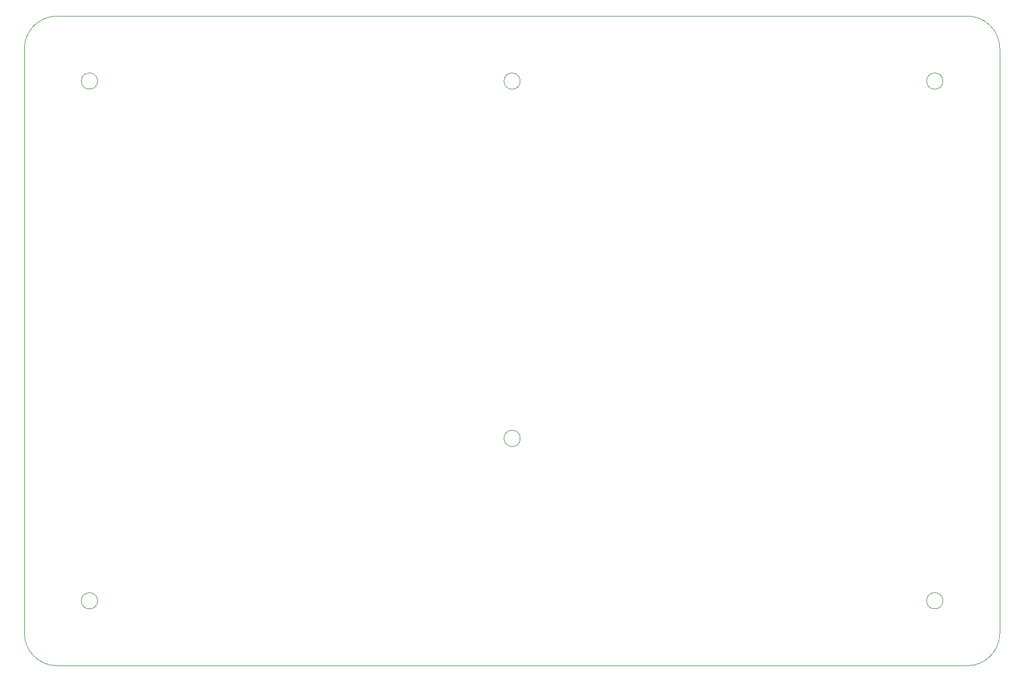
<source format=gbr>
%TF.GenerationSoftware,Altium Limited,Altium Designer,20.2.5 (213)*%
G04 Layer_Color=16776960*
%FSLAX26Y26*%
%MOIN*%
%TF.SameCoordinates,271AC680-9A3E-4A00-A3D7-6C105C8C782D*%
%TF.FilePolarity,Positive*%
%TF.FileFunction,Other,Board_Shape*%
%TF.Part,Single*%
G01*
G75*
%TA.AperFunction,NonConductor*%
%ADD143C,0.000500*%
D143*
X6916185Y4730954D02*
G03*
X6719334Y4927805I-196850J0D01*
G01*
X1207523D02*
G03*
X1010673Y4730954I0J-196850D01*
G01*
Y1187647D02*
G03*
X1207523Y990797I196850J0D01*
G01*
X6719334D02*
G03*
X6916185Y1187647I0J196850D01*
G01*
X1453586Y4534104D02*
G03*
X1453586Y4534104I-49213J0D01*
G01*
Y1384497D02*
G03*
X1453586Y1384497I-49213J0D01*
G01*
X4012642Y2368749D02*
G03*
X4012642Y2368749I-49213J0D01*
G01*
X6571697Y1384497D02*
G03*
X6571697Y1384497I-49213J0D01*
G01*
Y4534104D02*
G03*
X6571697Y4534104I-49213J0D01*
G01*
X4012642D02*
G03*
X4012642Y4534104I-49213J0D01*
G01*
X6916184Y1187648D02*
Y4730954D01*
X1207524Y4927804D02*
X6719334D01*
X1010674Y1187648D02*
Y4730954D01*
X1207524Y990796D02*
X6719334D01*
%TF.MD5,eb4fb8ce74b068e9843070334fffbe37*%
M02*

</source>
